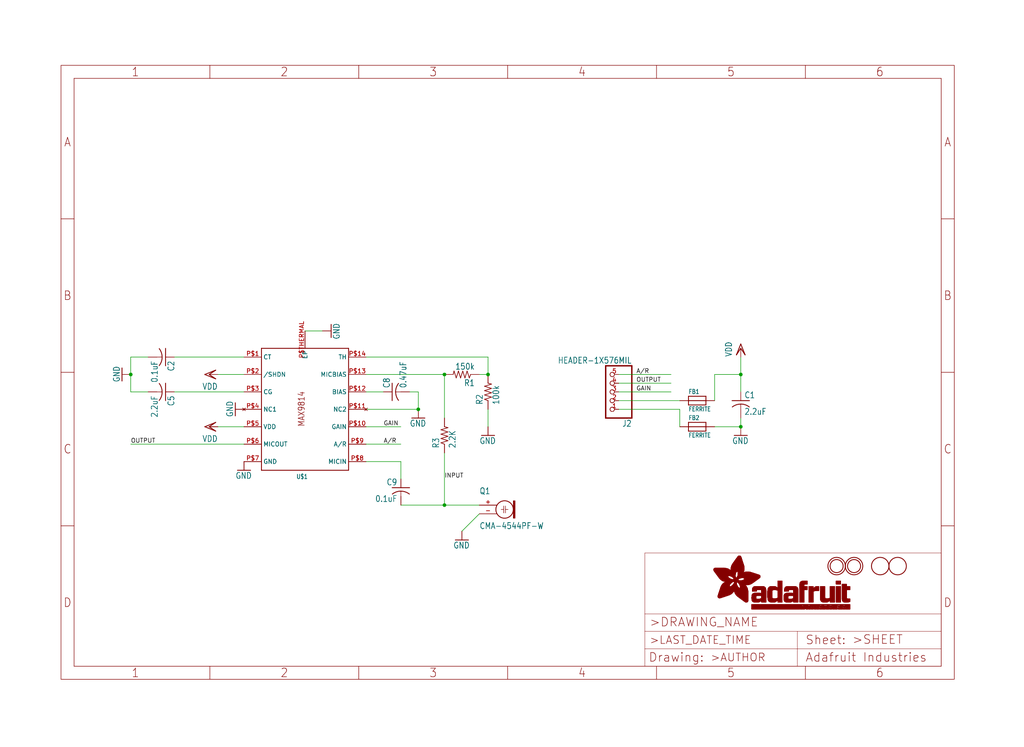
<source format=kicad_sch>
(kicad_sch (version 20211123) (generator eeschema)
  (paper "User" 298.45 217.881)
  (lib_symbols
    (symbol "eagleSchem-eagle-import:C-USC0805K"
      (property "Reference" "C" (at 1.016 0.635 0))
      (property "Value" "C-USC0805K" (at 1.016 -4.191 0))
      (symbol "C-USC0805K_1_0"
        (pin passive line (at 0 2.54 270) (length 2.54) (name "1") (number "1"))
        (pin passive line (at 0 -5.08 90) (length 2.54) (name "2") (number "2"))
      )
    )
    (symbol "eagleSchem-eagle-import:ELECTRET"
      (property "Reference" "Q" (at -5.08 -7.62 0))
      (property "Value" "ELECTRET" (at -5.08 2.54 0))
      (symbol "ELECTRET_1_0"
        (pin passive line (at -5.08 -2.54 0) (length 5.08) (name "2") (number "+"))
        (pin passive line (at -5.08 0 0) (length 5.08) (name "1") (number "-"))
      )
    )
    (symbol "eagleSchem-eagle-import:FERRITE0805"
      (property "Reference" "FB" (at -2.54 1.905 0))
      (property "Value" "FERRITE0805" (at -2.54 -3.175 0))
      (symbol "FERRITE0805_1_0"
        (pin bidirectional line (at -5.08 0 0) (length 2.54) (name "P$1") (number "1"))
        (pin bidirectional line (at 5.08 0 180) (length 2.54) (name "P$2") (number "2"))
      )
    )
    (symbol "eagleSchem-eagle-import:FIDUCIAL")
    (symbol "eagleSchem-eagle-import:FRAME_A4_ADAFRUIT"
      (symbol "FRAME_A4_ADAFRUIT_0_0"
        (text "1" (at 21.6958 1.905 0) (effects (font (size 2.54 2.286))))
        (text "1" (at 21.6958 177.165 0) (effects (font (size 2.54 2.286))))
        (text "2" (at 65.0875 1.905 0) (effects (font (size 2.54 2.286))))
        (text "2" (at 65.0875 177.165 0) (effects (font (size 2.54 2.286))))
        (text "3" (at 108.4792 1.905 0) (effects (font (size 2.54 2.286))))
        (text "3" (at 108.4792 177.165 0) (effects (font (size 2.54 2.286))))
        (text "4" (at 151.8708 1.905 0) (effects (font (size 2.54 2.286))))
        (text "4" (at 151.8708 177.165 0) (effects (font (size 2.54 2.286))))
        (text "5" (at 195.2625 1.905 0) (effects (font (size 2.54 2.286))))
        (text "5" (at 195.2625 177.165 0) (effects (font (size 2.54 2.286))))
        (text "6" (at 238.6542 1.905 0) (effects (font (size 2.54 2.286))))
        (text "6" (at 238.6542 177.165 0) (effects (font (size 2.54 2.286))))
        (text "A" (at 1.905 156.6863 0) (effects (font (size 2.54 2.286))))
        (text "A" (at 258.445 156.6863 0) (effects (font (size 2.54 2.286))))
        (text "B" (at 1.905 111.9188 0) (effects (font (size 2.54 2.286))))
        (text "B" (at 258.445 111.9188 0) (effects (font (size 2.54 2.286))))
        (text "C" (at 1.905 67.1513 0) (effects (font (size 2.54 2.286))))
        (text "C" (at 258.445 67.1513 0) (effects (font (size 2.54 2.286))))
        (text "D" (at 1.905 22.3838 0) (effects (font (size 2.54 2.286))))
        (text "D" (at 258.445 22.3838 0) (effects (font (size 2.54 2.286))))
      )
      (symbol "FRAME_A4_ADAFRUIT_1_0"
        (text ">AUTHOR" (at 189.23 5.08 0) (effects (font (size 2.286 2.286)) (justify left bottom)))
        (text ">DRAWING_NAME" (at 171.45 15.24 0) (effects (font (size 2.54 2.54)) (justify left bottom)))
        (text ">LAST_DATE_TIME" (at 171.45 10.16 0) (effects (font (size 2.286 2.286)) (justify left bottom)))
        (text ">SHEET" (at 230.505 10.16 0) (effects (font (size 2.54 2.54)) (justify left bottom)))
        (text "Adafruit Industries" (at 216.916 4.953 0) (effects (font (size 2.54 2.54)) (justify left bottom)))
        (text "Drawing:" (at 171.196 4.953 0) (effects (font (size 2.54 2.54)) (justify left bottom)))
        (text "Sheet:" (at 216.916 10.033 0) (effects (font (size 2.54 2.54)) (justify left bottom)))
      )
    )
    (symbol "eagleSchem-eagle-import:GND" (power)
      (property "Value" "GND" (at -2.54 -2.54 0))
      (symbol "GND_1_0"
        (pin power_in line (at 0 2.54 270) (length 2.54) (name "GND") (number "1"))
      )
    )
    (symbol "eagleSchem-eagle-import:HEADER-1X576MIL"
      (property "Reference" "JP" (at -6.35 8.255 0))
      (property "Value" "HEADER-1X576MIL" (at -6.35 -10.16 0))
      (symbol "HEADER-1X576MIL_1_0"
        (pin passive inverted (at -2.54 5.08 0) (length 2.54) (name "1") (number "1"))
        (pin passive inverted (at -2.54 2.54 0) (length 2.54) (name "2") (number "2"))
        (pin passive inverted (at -2.54 0 0) (length 2.54) (name "3") (number "3"))
        (pin passive inverted (at -2.54 -2.54 0) (length 2.54) (name "4") (number "4"))
        (pin passive inverted (at -2.54 -5.08 0) (length 2.54) (name "5") (number "5"))
      )
    )
    (symbol "eagleSchem-eagle-import:MAX9814TDFN14"
      (symbol "MAX9814TDFN14_1_0"
        (text "MAX9814" (at 0 -5.08 900) (effects (font (size 1.778 1.5113)) (justify left bottom)))
        (pin bidirectional line (at -17.78 15.24 0) (length 5.08) (name "CT") (number "P$1"))
        (pin bidirectional line (at 17.78 -5.08 180) (length 5.08) (name "GAIN") (number "P$10"))
        (pin no_connect line (at 17.78 0 180) (length 5.08) (name "NC2") (number "P$11"))
        (pin bidirectional line (at 17.78 5.08 180) (length 5.08) (name "BIAS") (number "P$12"))
        (pin bidirectional line (at 17.78 10.16 180) (length 5.08) (name "MICBIAS") (number "P$13"))
        (pin bidirectional line (at 17.78 15.24 180) (length 5.08) (name "TH") (number "P$14"))
        (pin bidirectional line (at -17.78 10.16 0) (length 5.08) (name "/SHDN") (number "P$2"))
        (pin bidirectional line (at -17.78 5.08 0) (length 5.08) (name "CG") (number "P$3"))
        (pin no_connect line (at -17.78 0 0) (length 5.08) (name "NC1") (number "P$4"))
        (pin bidirectional line (at -17.78 -5.08 0) (length 5.08) (name "VDD") (number "P$5"))
        (pin bidirectional line (at -17.78 -10.16 0) (length 5.08) (name "MICOUT") (number "P$6"))
        (pin bidirectional line (at -17.78 -15.24 0) (length 5.08) (name "GND") (number "P$7"))
        (pin bidirectional line (at 17.78 -15.24 180) (length 5.08) (name "MICIN") (number "P$8"))
        (pin bidirectional line (at 17.78 -10.16 180) (length 5.08) (name "A/R") (number "P$9"))
        (pin bidirectional line (at 0 22.86 270) (length 5.08) (name "EP") (number "P$THERMAL"))
      )
    )
    (symbol "eagleSchem-eagle-import:MOUNTINGHOLE2.0")
    (symbol "eagleSchem-eagle-import:R-US_R0805"
      (property "Reference" "R" (at -3.81 1.4986 0))
      (property "Value" "R-US_R0805" (at -3.81 -3.302 0))
      (symbol "R-US_R0805_1_0"
        (pin passive line (at -5.08 0 0) (length 2.54) (name "1") (number "1"))
        (pin passive line (at 5.08 0 180) (length 2.54) (name "2") (number "2"))
      )
    )
    (symbol "eagleSchem-eagle-import:VDD" (power)
      (property "Value" "VDD" (at -2.54 -2.54 90))
      (symbol "VDD_1_0"
        (pin power_in line (at 0 -2.54 90) (length 2.54) (name "VDD") (number "1"))
      )
    )
  )
  (junction (at 38.1 109.22))
  (junction (at 129.54 109.22))
  (junction (at 142.24 109.22))
  (junction (at 215.9 109.22))
  (junction (at 215.9 124.46))
  (junction (at 129.54 147.32))
  (junction (at 121.92 119.38))
  (wire (pts (xy 116.84 147.32) (xy 129.54 147.32)))
  (wire (pts (xy 129.54 109.22) (xy 129.54 121.92)))
  (wire (pts (xy 63.5 109.22) (xy 71.12 109.22)))
  (wire (pts (xy 129.54 147.32) (xy 139.7 147.32)))
  (wire (pts (xy 215.9 109.22) (xy 208.28 109.22)))
  (wire (pts (xy 180.34 111.76) (xy 195.58 111.76)))
  (wire (pts (xy 38.1 114.3) (xy 43.18 114.3)))
  (wire (pts (xy 38.1 109.22) (xy 38.1 114.3)))
  (wire (pts (xy 121.92 114.3) (xy 119.38 114.3)))
  (wire (pts (xy 142.24 104.14) (xy 142.24 109.22)))
  (wire (pts (xy 50.8 114.3) (xy 71.12 114.3)))
  (wire (pts (xy 116.84 139.7) (xy 116.84 134.62)))
  (wire (pts (xy 38.1 104.14) (xy 38.1 109.22)))
  (wire (pts (xy 208.28 109.22) (xy 208.28 116.84)))
  (wire (pts (xy 93.98 96.52) (xy 88.9 96.52)))
  (wire (pts (xy 50.8 104.14) (xy 71.12 104.14)))
  (wire (pts (xy 129.54 132.08) (xy 129.54 147.32)))
  (wire (pts (xy 116.84 134.62) (xy 106.68 134.62)))
  (wire (pts (xy 71.12 129.54) (xy 38.1 129.54)))
  (wire (pts (xy 121.92 119.38) (xy 106.68 119.38)))
  (wire (pts (xy 180.34 114.3) (xy 195.58 114.3)))
  (wire (pts (xy 215.9 124.46) (xy 208.28 124.46)))
  (wire (pts (xy 106.68 124.46) (xy 116.84 124.46)))
  (wire (pts (xy 198.12 119.38) (xy 180.34 119.38)))
  (wire (pts (xy 111.76 114.3) (xy 106.68 114.3)))
  (wire (pts (xy 215.9 109.22) (xy 215.9 104.14)))
  (wire (pts (xy 106.68 129.54) (xy 116.84 129.54)))
  (wire (pts (xy 134.62 154.94) (xy 139.7 149.86)))
  (wire (pts (xy 142.24 109.22) (xy 139.7 109.22)))
  (wire (pts (xy 198.12 124.46) (xy 198.12 119.38)))
  (wire (pts (xy 180.34 109.22) (xy 195.58 109.22)))
  (wire (pts (xy 142.24 124.46) (xy 142.24 119.38)))
  (wire (pts (xy 198.12 116.84) (xy 180.34 116.84)))
  (wire (pts (xy 121.92 119.38) (xy 121.92 114.3)))
  (wire (pts (xy 106.68 109.22) (xy 129.54 109.22)))
  (wire (pts (xy 215.9 114.3) (xy 215.9 109.22)))
  (wire (pts (xy 106.68 104.14) (xy 142.24 104.14)))
  (wire (pts (xy 215.9 121.92) (xy 215.9 124.46)))
  (wire (pts (xy 63.5 124.46) (xy 71.12 124.46)))
  (wire (pts (xy 43.18 104.14) (xy 38.1 104.14)))
  (label "INPUT" (at 129.54 139.7 0) (effects (font (size 1.2446 1.2446))))
  (label "A/R" (at 185.42 109.22 0) (effects (font (size 1.2446 1.2446))))
  (label "OUTPUT" (at 185.42 111.76 0) (effects (font (size 1.2446 1.2446))))
  (label "GAIN" (at 185.42 114.3 0) (effects (font (size 1.2446 1.2446))))
  (label "OUTPUT" (at 38.1 129.54 0) (effects (font (size 1.2446 1.2446))))
  (label "GAIN" (at 111.76 124.46 0) (effects (font (size 1.2446 1.2446))))
  (label "A/R" (at 111.76 129.54 0) (effects (font (size 1.2446 1.2446))))
  (symbol (lib_id "eagleSchem-eagle-import:FIDUCIAL") (at 261.62 165.1 0) (unit 1)
    (property "Reference" "U$2" (effects hide))
    (property "Value" "FIDUCIAL" (effects hide))
    (property "Footprint" "eagleSchem:FIDUCIAL_1MM" (effects hide))
  )
  (symbol (lib_id "eagleSchem-eagle-import:FERRITE0805") (at 203.2 124.46 0) (unit 1)
    (property "Reference" "FB2" (at 200.66 122.555 0) (effects (font (size 1.27 1.0795)) (justify left bottom)))
    (property "Value" "FERRITE" (at 200.66 127.635 0) (effects (font (size 1.27 1.0795)) (justify left bottom)))
    (property "Footprint" "eagleSchem:0805" (effects hide))
  )
  (symbol (lib_id "eagleSchem-eagle-import:MOUNTINGHOLE2.0") (at 248.92 165.1 0) (unit 1)
    (property "Reference" "U$4" (effects hide))
    (property "Value" "MOUNTINGHOLE2.0" (effects hide))
    (property "Footprint" "eagleSchem:MOUNTINGHOLE_2.0_PLATED" (effects hide))
  )
  (symbol (lib_id "eagleSchem-eagle-import:FERRITE0805") (at 203.2 116.84 0) (unit 1)
    (property "Reference" "FB1" (at 200.66 114.935 0) (effects (font (size 1.27 1.0795)) (justify left bottom)))
    (property "Value" "FERRITE" (at 200.66 120.015 0) (effects (font (size 1.27 1.0795)) (justify left bottom)))
    (property "Footprint" "eagleSchem:0805" (effects hide))
  )
  (symbol (lib_id "eagleSchem-eagle-import:GND") (at 134.62 157.48 0) (unit 1)
    (property "Reference" "#GND5" (effects hide))
    (property "Value" "GND" (at 132.08 160.02 0) (effects (font (size 1.778 1.5113)) (justify left bottom)))
    (property "Footprint" "eagleSchem:" (effects hide))
  )
  (symbol (lib_id "eagleSchem-eagle-import:MOUNTINGHOLE2.0") (at 243.84 165.1 0) (unit 1)
    (property "Reference" "U$5" (effects hide))
    (property "Value" "MOUNTINGHOLE2.0" (effects hide))
    (property "Footprint" "eagleSchem:MOUNTINGHOLE_2.0_PLATED" (effects hide))
  )
  (symbol (lib_id "eagleSchem-eagle-import:GND") (at 96.52 96.52 90) (unit 1)
    (property "Reference" "#GND2" (effects hide))
    (property "Value" "GND" (at 99.06 99.06 0) (effects (font (size 1.778 1.5113)) (justify left bottom)))
    (property "Footprint" "eagleSchem:" (effects hide))
  )
  (symbol (lib_id "eagleSchem-eagle-import:VDD") (at 60.96 109.22 90) (unit 1)
    (property "Reference" "#VDD9" (effects hide))
    (property "Value" "VDD" (at 63.5 111.76 90) (effects (font (size 1.778 1.5113)) (justify left bottom)))
    (property "Footprint" "eagleSchem:" (effects hide))
  )
  (symbol (lib_id "eagleSchem-eagle-import:C-USC0805K") (at 48.26 114.3 270) (unit 1)
    (property "Reference" "C5" (at 48.895 115.316 0) (effects (font (size 1.778 1.5113)) (justify left bottom)))
    (property "Value" "2.2uF" (at 44.069 115.316 0) (effects (font (size 1.778 1.5113)) (justify left bottom)))
    (property "Footprint" "eagleSchem:C0805K" (effects hide))
  )
  (symbol (lib_id "eagleSchem-eagle-import:R-US_R0805") (at 129.54 127 90) (unit 1)
    (property "Reference" "R3" (at 128.0414 130.81 0) (effects (font (size 1.778 1.5113)) (justify left bottom)))
    (property "Value" "2.2K" (at 132.842 130.81 0) (effects (font (size 1.778 1.5113)) (justify left bottom)))
    (property "Footprint" "eagleSchem:R0805" (effects hide))
  )
  (symbol (lib_id "eagleSchem-eagle-import:C-USC0805K") (at 114.3 114.3 90) (unit 1)
    (property "Reference" "C8" (at 113.665 113.284 0) (effects (font (size 1.778 1.5113)) (justify left bottom)))
    (property "Value" "0.47uF" (at 118.491 113.284 0) (effects (font (size 1.778 1.5113)) (justify left bottom)))
    (property "Footprint" "eagleSchem:C0805K" (effects hide))
  )
  (symbol (lib_id "eagleSchem-eagle-import:MAX9814TDFN14") (at 88.9 119.38 0) (unit 1)
    (property "Reference" "U$1" (at 86.36 139.7 0) (effects (font (size 1.27 1.0795)) (justify left bottom)))
    (property "Value" "MAX9814TDFN14" (effects hide))
    (property "Footprint" "eagleSchem:TDFN14_3X3MM" (effects hide))
  )
  (symbol (lib_id "eagleSchem-eagle-import:GND") (at 71.12 137.16 0) (unit 1)
    (property "Reference" "#GND10" (effects hide))
    (property "Value" "GND" (at 68.58 139.7 0) (effects (font (size 1.778 1.5113)) (justify left bottom)))
    (property "Footprint" "eagleSchem:" (effects hide))
  )
  (symbol (lib_id "eagleSchem-eagle-import:FRAME_A4_ADAFRUIT") (at 17.78 198.12 0) (unit 1)
    (property "Reference" "#U$7" (effects hide))
    (property "Value" "FRAME_A4_ADAFRUIT" (effects hide))
    (property "Footprint" "eagleSchem:" (effects hide))
  )
  (symbol (lib_id "eagleSchem-eagle-import:GND") (at 142.24 127 0) (unit 1)
    (property "Reference" "#GND9" (effects hide))
    (property "Value" "GND" (at 139.7 129.54 0) (effects (font (size 1.778 1.5113)) (justify left bottom)))
    (property "Footprint" "eagleSchem:" (effects hide))
  )
  (symbol (lib_id "eagleSchem-eagle-import:GND") (at 121.92 121.92 0) (unit 1)
    (property "Reference" "#GND12" (effects hide))
    (property "Value" "GND" (at 119.38 124.46 0) (effects (font (size 1.778 1.5113)) (justify left bottom)))
    (property "Footprint" "eagleSchem:" (effects hide))
  )
  (symbol (lib_id "eagleSchem-eagle-import:GND") (at 215.9 127 0) (unit 1)
    (property "Reference" "#GND1" (effects hide))
    (property "Value" "GND" (at 213.36 129.54 0) (effects (font (size 1.778 1.5113)) (justify left bottom)))
    (property "Footprint" "eagleSchem:" (effects hide))
  )
  (symbol (lib_id "eagleSchem-eagle-import:HEADER-1X576MIL") (at 177.8 114.3 180) (unit 1)
    (property "Reference" "J2" (at 184.15 122.555 0) (effects (font (size 1.778 1.5113)) (justify left bottom)))
    (property "Value" "HEADER-1X576MIL" (at 184.15 104.14 0) (effects (font (size 1.778 1.5113)) (justify left bottom)))
    (property "Footprint" "eagleSchem:1X05_ROUND_76" (effects hide))
  )
  (symbol (lib_id "eagleSchem-eagle-import:ELECTRET") (at 144.78 149.86 0) (mirror x) (unit 1)
    (property "Reference" "Q1" (at 139.7 142.24 0) (effects (font (size 1.778 1.5113)) (justify left bottom)))
    (property "Value" "CMA-4544PF-W" (at 139.7 152.4 0) (effects (font (size 1.778 1.5113)) (justify left bottom)))
    (property "Footprint" "eagleSchem:9.7ELECTRET" (effects hide))
  )
  (symbol (lib_id "eagleSchem-eagle-import:GND") (at 68.58 119.38 270) (unit 1)
    (property "Reference" "#GND6" (effects hide))
    (property "Value" "GND" (at 66.04 116.84 0) (effects (font (size 1.778 1.5113)) (justify left bottom)))
    (property "Footprint" "eagleSchem:" (effects hide))
  )
  (symbol (lib_id "eagleSchem-eagle-import:GND") (at 35.56 109.22 270) (unit 1)
    (property "Reference" "#GND8" (effects hide))
    (property "Value" "GND" (at 33.02 106.68 0) (effects (font (size 1.778 1.5113)) (justify left bottom)))
    (property "Footprint" "eagleSchem:" (effects hide))
  )
  (symbol (lib_id "eagleSchem-eagle-import:C-USC0805K") (at 116.84 142.24 0) (mirror y) (unit 1)
    (property "Reference" "C9" (at 115.824 141.605 0) (effects (font (size 1.778 1.5113)) (justify left bottom)))
    (property "Value" "0.1uF" (at 115.824 146.431 0) (effects (font (size 1.778 1.5113)) (justify left bottom)))
    (property "Footprint" "eagleSchem:C0805K" (effects hide))
  )
  (symbol (lib_id "eagleSchem-eagle-import:VDD") (at 215.9 101.6 0) (unit 1)
    (property "Reference" "#VDD1" (effects hide))
    (property "Value" "VDD" (at 213.36 104.14 90) (effects (font (size 1.778 1.5113)) (justify left bottom)))
    (property "Footprint" "eagleSchem:" (effects hide))
  )
  (symbol (lib_id "eagleSchem-eagle-import:C-USC0805K") (at 215.9 116.84 0) (unit 1)
    (property "Reference" "C1" (at 216.916 116.205 0) (effects (font (size 1.778 1.5113)) (justify left bottom)))
    (property "Value" "2.2uF" (at 216.916 121.031 0) (effects (font (size 1.778 1.5113)) (justify left bottom)))
    (property "Footprint" "eagleSchem:C0805K" (effects hide))
  )
  (symbol (lib_id "eagleSchem-eagle-import:C-USC0805K") (at 48.26 104.14 270) (unit 1)
    (property "Reference" "C2" (at 48.895 105.156 0) (effects (font (size 1.778 1.5113)) (justify left bottom)))
    (property "Value" "0.1uF" (at 44.069 105.156 0) (effects (font (size 1.778 1.5113)) (justify left bottom)))
    (property "Footprint" "eagleSchem:C0805K" (effects hide))
  )
  (symbol (lib_id "eagleSchem-eagle-import:VDD") (at 60.96 124.46 90) (unit 1)
    (property "Reference" "#VDD8" (effects hide))
    (property "Value" "VDD" (at 63.5 127 90) (effects (font (size 1.778 1.5113)) (justify left bottom)))
    (property "Footprint" "eagleSchem:" (effects hide))
  )
  (symbol (lib_id "eagleSchem-eagle-import:FIDUCIAL") (at 256.54 165.1 0) (unit 1)
    (property "Reference" "U$3" (effects hide))
    (property "Value" "FIDUCIAL" (effects hide))
    (property "Footprint" "eagleSchem:FIDUCIAL_1MM" (effects hide))
  )
  (symbol (lib_id "eagleSchem-eagle-import:R-US_R0805") (at 142.24 114.3 90) (unit 1)
    (property "Reference" "R2" (at 140.7414 118.11 0) (effects (font (size 1.778 1.5113)) (justify left bottom)))
    (property "Value" "100k" (at 145.542 118.11 0) (effects (font (size 1.778 1.5113)) (justify left bottom)))
    (property "Footprint" "eagleSchem:R0805" (effects hide))
  )
  (symbol (lib_id "eagleSchem-eagle-import:R-US_R0805") (at 134.62 109.22 180) (unit 1)
    (property "Reference" "R1" (at 138.43 110.7186 0) (effects (font (size 1.778 1.5113)) (justify left bottom)))
    (property "Value" "150k" (at 138.43 105.918 0) (effects (font (size 1.778 1.5113)) (justify left bottom)))
    (property "Footprint" "eagleSchem:R0805" (effects hide))
  )
)
</source>
